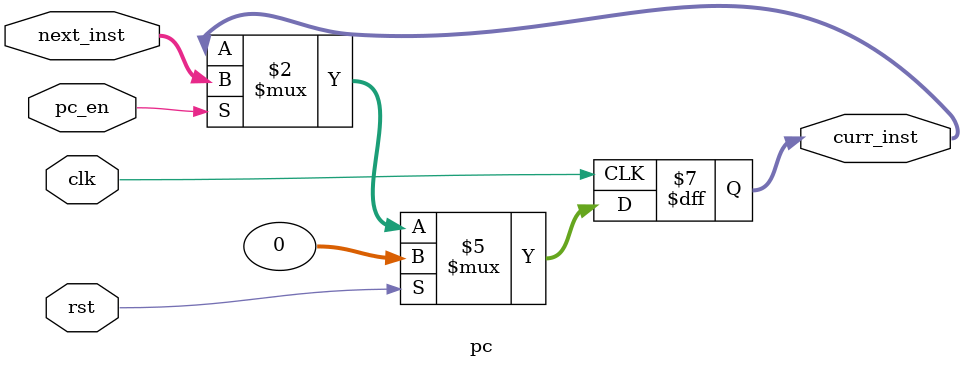
<source format=sv>
module pc(
  input clk, rst, pc_en,
  input [31:0] next_inst,
  output reg [31:0] curr_inst
);
  
  always @ (posedge clk)
    begin
    if(rst)
      curr_inst <= 32'b0;
    else if(pc_en)
      curr_inst <= next_inst;
    end
endmodule
</source>
